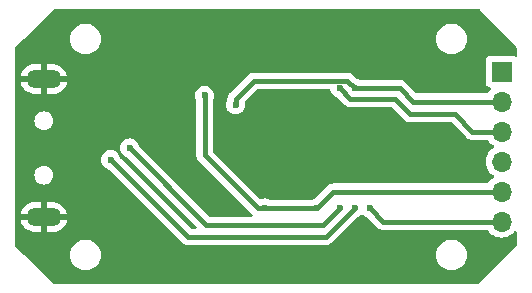
<source format=gbr>
%TF.GenerationSoftware,KiCad,Pcbnew,7.0.11+dfsg-1build4*%
%TF.CreationDate,2025-03-28T22:18:16-04:00*%
%TF.ProjectId,BadUSB,42616455-5342-42e6-9b69-6361645f7063,rev?*%
%TF.SameCoordinates,Original*%
%TF.FileFunction,Copper,L2,Bot*%
%TF.FilePolarity,Positive*%
%FSLAX46Y46*%
G04 Gerber Fmt 4.6, Leading zero omitted, Abs format (unit mm)*
G04 Created by KiCad (PCBNEW 7.0.11+dfsg-1build4) date 2025-03-28 22:18:16*
%MOMM*%
%LPD*%
G01*
G04 APERTURE LIST*
%TA.AperFunction,ComponentPad*%
%ADD10O,2.997200X1.498600*%
%TD*%
%TA.AperFunction,ComponentPad*%
%ADD11R,1.700000X1.700000*%
%TD*%
%TA.AperFunction,ComponentPad*%
%ADD12O,1.700000X1.700000*%
%TD*%
%TA.AperFunction,ViaPad*%
%ADD13C,0.600000*%
%TD*%
%TA.AperFunction,Conductor*%
%ADD14C,0.381000*%
%TD*%
G04 APERTURE END LIST*
D10*
%TO.P,J1,8*%
%TO.N,GND*%
X138201300Y-127343000D03*
%TO.P,J1,7*%
X138201300Y-115659000D03*
%TD*%
D11*
%TO.P,J2,1,Pin_1*%
%TO.N,MCLR*%
X176956000Y-115037000D03*
D12*
%TO.P,J2,2,Pin_2*%
%TO.N,VDD*%
X176956000Y-117577000D03*
%TO.P,J2,3,Pin_3*%
%TO.N,GND*%
X176956000Y-120117000D03*
%TO.P,J2,4,Pin_4*%
%TO.N,PGD*%
X176956000Y-122657000D03*
%TO.P,J2,5,Pin_5*%
%TO.N,PGC*%
X176956000Y-125197000D03*
%TO.P,J2,6,Pin_6*%
%TO.N,unconnected-(J2-Pin_6-Pad6)*%
X176956000Y-127737000D03*
%TD*%
D13*
%TO.N,VDD*%
X156883000Y-126581000D03*
X151803000Y-117056000D03*
X161328000Y-126581000D03*
%TO.N,GND*%
X167386000Y-122682000D03*
X150622000Y-122682000D03*
X156718000Y-120650000D03*
X168910000Y-113284000D03*
X145288000Y-119126000D03*
X165773000Y-129121000D03*
X158242000Y-130810000D03*
X151892000Y-113030000D03*
X145343999Y-129540000D03*
X150622000Y-118618000D03*
X173736000Y-122682000D03*
X142748000Y-121412000D03*
X150876000Y-130302000D03*
X166878000Y-118364000D03*
X168910000Y-131064000D03*
X160528000Y-117856000D03*
X152175000Y-125575000D03*
X161798000Y-111760000D03*
X145288000Y-113284000D03*
X155702000Y-124206000D03*
%TO.N,D-*%
X163233000Y-126581000D03*
X145453000Y-121501000D03*
%TO.N,D+*%
X164503000Y-126581000D03*
X143850000Y-122500000D03*
%TO.N,MCLR*%
X165773000Y-126581000D03*
%TO.N,PGD*%
X163233000Y-116421000D03*
%TO.N,PGC*%
X164503000Y-116421000D03*
X154432000Y-117856000D03*
%TD*%
D14*
%TO.N,VDD*%
X156299000Y-126581000D02*
X161328000Y-126581000D01*
X151803000Y-117056000D02*
X151803000Y-122085000D01*
X162712000Y-125197000D02*
X176956000Y-125197000D01*
X161328000Y-126581000D02*
X162712000Y-125197000D01*
X151803000Y-122085000D02*
X156299000Y-126581000D01*
%TO.N,D-*%
X145453000Y-121501000D02*
X151968000Y-128016000D01*
X161798000Y-128016000D02*
X163233000Y-126581000D01*
X151968000Y-128016000D02*
X161798000Y-128016000D01*
%TO.N,D+*%
X150382000Y-129032000D02*
X162052000Y-129032000D01*
X143850000Y-122500000D02*
X150382000Y-129032000D01*
X164503000Y-126581000D02*
X162052000Y-129032000D01*
%TO.N,MCLR*%
X166929000Y-127737000D02*
X176956000Y-127737000D01*
X165773000Y-126581000D02*
X166929000Y-127737000D01*
%TO.N,PGD*%
X174473000Y-120117000D02*
X172974000Y-118618000D01*
X169164000Y-118618000D02*
X172974000Y-118618000D01*
X176956000Y-120117000D02*
X174473000Y-120117000D01*
X164160000Y-117348000D02*
X167894000Y-117348000D01*
X167894000Y-117348000D02*
X169164000Y-118618000D01*
X163233000Y-116421000D02*
X164160000Y-117348000D01*
%TO.N,PGC*%
X164503000Y-116421000D02*
X168313000Y-116421000D01*
X169469000Y-117577000D02*
X176956000Y-117577000D01*
X155959000Y-115821000D02*
X163903000Y-115821000D01*
X154432000Y-117856000D02*
X154432000Y-117348000D01*
X154432000Y-117348000D02*
X155959000Y-115821000D01*
X163903000Y-115821000D02*
X164503000Y-116421000D01*
X168313000Y-116421000D02*
X169469000Y-117577000D01*
%TD*%
%TA.AperFunction,Conductor*%
%TO.N,GND*%
G36*
X175097863Y-109769685D02*
G01*
X175118505Y-109786319D01*
X177262001Y-111929815D01*
X177265436Y-111933389D01*
X178217116Y-112964376D01*
X178248123Y-113026988D01*
X178250000Y-113048482D01*
X178250000Y-113646450D01*
X178230315Y-113713489D01*
X178177511Y-113759244D01*
X178108353Y-113769188D01*
X178051694Y-113745721D01*
X178048332Y-113743204D01*
X178048328Y-113743202D01*
X177913482Y-113692908D01*
X177913483Y-113692908D01*
X177853883Y-113686501D01*
X177853881Y-113686500D01*
X177853873Y-113686500D01*
X177853864Y-113686500D01*
X176058129Y-113686500D01*
X176058123Y-113686501D01*
X175998516Y-113692908D01*
X175863671Y-113743202D01*
X175863664Y-113743206D01*
X175748455Y-113829452D01*
X175748452Y-113829455D01*
X175662206Y-113944664D01*
X175662202Y-113944671D01*
X175611908Y-114079517D01*
X175605501Y-114139116D01*
X175605500Y-114139135D01*
X175605500Y-115934870D01*
X175605501Y-115934876D01*
X175611908Y-115994483D01*
X175662202Y-116129328D01*
X175662206Y-116129335D01*
X175748452Y-116244544D01*
X175748455Y-116244547D01*
X175863664Y-116330793D01*
X175863671Y-116330797D01*
X175995082Y-116379810D01*
X176051016Y-116421681D01*
X176075433Y-116487145D01*
X176060582Y-116555418D01*
X176039431Y-116583673D01*
X175917501Y-116705603D01*
X175828212Y-116833123D01*
X175773635Y-116876748D01*
X175726637Y-116886000D01*
X169806583Y-116886000D01*
X169739544Y-116866315D01*
X169718902Y-116849681D01*
X169272186Y-116402965D01*
X168819027Y-115949805D01*
X168813893Y-115944351D01*
X168774583Y-115899980D01*
X168725792Y-115866302D01*
X168719760Y-115861863D01*
X168673108Y-115825314D01*
X168673099Y-115825308D01*
X168664134Y-115821274D01*
X168644586Y-115810250D01*
X168636482Y-115804656D01*
X168636478Y-115804653D01*
X168581061Y-115783636D01*
X168574144Y-115780772D01*
X168520081Y-115756441D01*
X168520082Y-115756441D01*
X168510395Y-115754666D01*
X168488792Y-115748644D01*
X168479582Y-115745152D01*
X168420735Y-115738006D01*
X168413333Y-115736879D01*
X168355030Y-115726195D01*
X168355025Y-115726195D01*
X168295861Y-115729774D01*
X168288374Y-115730000D01*
X164943613Y-115730000D01*
X164877641Y-115710994D01*
X164852524Y-115695212D01*
X164852520Y-115695210D01*
X164728348Y-115651760D01*
X164681622Y-115622400D01*
X164409027Y-115349805D01*
X164403893Y-115344351D01*
X164364583Y-115299980D01*
X164315792Y-115266302D01*
X164309760Y-115261863D01*
X164263108Y-115225314D01*
X164263099Y-115225308D01*
X164254134Y-115221274D01*
X164234586Y-115210250D01*
X164228521Y-115206063D01*
X164226478Y-115204653D01*
X164171061Y-115183636D01*
X164164144Y-115180772D01*
X164110081Y-115156441D01*
X164110082Y-115156441D01*
X164100395Y-115154666D01*
X164078792Y-115148644D01*
X164069582Y-115145152D01*
X164010735Y-115138006D01*
X164003333Y-115136879D01*
X163945030Y-115126195D01*
X163945025Y-115126195D01*
X163885861Y-115129774D01*
X163878374Y-115130000D01*
X155983626Y-115130000D01*
X155976139Y-115129774D01*
X155916974Y-115126195D01*
X155916969Y-115126195D01*
X155858667Y-115136879D01*
X155851265Y-115138006D01*
X155792415Y-115145152D01*
X155792414Y-115145152D01*
X155783203Y-115148645D01*
X155761606Y-115154666D01*
X155751916Y-115156442D01*
X155715265Y-115172937D01*
X155697856Y-115180771D01*
X155690947Y-115183633D01*
X155635526Y-115204652D01*
X155635520Y-115204654D01*
X155635518Y-115204656D01*
X155635514Y-115204658D01*
X155635510Y-115204661D01*
X155627410Y-115210251D01*
X155607881Y-115221266D01*
X155598900Y-115225308D01*
X155598897Y-115225310D01*
X155598895Y-115225311D01*
X155598894Y-115225312D01*
X155570032Y-115247923D01*
X155552237Y-115261864D01*
X155546211Y-115266297D01*
X155497416Y-115299980D01*
X155497414Y-115299982D01*
X155458104Y-115344352D01*
X155452972Y-115349804D01*
X153960804Y-116841972D01*
X153955352Y-116847104D01*
X153910986Y-116886410D01*
X153910976Y-116886421D01*
X153877298Y-116935212D01*
X153872861Y-116941243D01*
X153836312Y-116987894D01*
X153836311Y-116987896D01*
X153832271Y-116996873D01*
X153821253Y-117016408D01*
X153815655Y-117024519D01*
X153794632Y-117079949D01*
X153791768Y-117086865D01*
X153767442Y-117140916D01*
X153765666Y-117150606D01*
X153759645Y-117172203D01*
X153756152Y-117181414D01*
X153756152Y-117181415D01*
X153749006Y-117240265D01*
X153747879Y-117247667D01*
X153737195Y-117305969D01*
X153737195Y-117305972D01*
X153740774Y-117365137D01*
X153741000Y-117372624D01*
X153741000Y-117415387D01*
X153721995Y-117481357D01*
X153706209Y-117506480D01*
X153646633Y-117676737D01*
X153646630Y-117676750D01*
X153626435Y-117855996D01*
X153626435Y-117856003D01*
X153646630Y-118035249D01*
X153646631Y-118035254D01*
X153706211Y-118205523D01*
X153745667Y-118268316D01*
X153802184Y-118358262D01*
X153929738Y-118485816D01*
X154082478Y-118581789D01*
X154178813Y-118615498D01*
X154252745Y-118641368D01*
X154252750Y-118641369D01*
X154431996Y-118661565D01*
X154432000Y-118661565D01*
X154432004Y-118661565D01*
X154611249Y-118641369D01*
X154611252Y-118641368D01*
X154611255Y-118641368D01*
X154781522Y-118581789D01*
X154934262Y-118485816D01*
X155061816Y-118358262D01*
X155157789Y-118205522D01*
X155217368Y-118035255D01*
X155217369Y-118035249D01*
X155237565Y-117856003D01*
X155237565Y-117855996D01*
X155217369Y-117676750D01*
X155217367Y-117676742D01*
X155207617Y-117648877D01*
X155204056Y-117579099D01*
X155236976Y-117520244D01*
X156208903Y-116548319D01*
X156270226Y-116514834D01*
X156296584Y-116512000D01*
X162328768Y-116512000D01*
X162395807Y-116531685D01*
X162441562Y-116584489D01*
X162445810Y-116595046D01*
X162447631Y-116600252D01*
X162447632Y-116600255D01*
X162473361Y-116673784D01*
X162507210Y-116770521D01*
X162555331Y-116847104D01*
X162603184Y-116923262D01*
X162730738Y-117050816D01*
X162777103Y-117079949D01*
X162874129Y-117140915D01*
X162883478Y-117146789D01*
X163007651Y-117190238D01*
X163054377Y-117219599D01*
X163653979Y-117819201D01*
X163659099Y-117824639D01*
X163686885Y-117856003D01*
X163698419Y-117869022D01*
X163747206Y-117902696D01*
X163753243Y-117907138D01*
X163799890Y-117943685D01*
X163799893Y-117943687D01*
X163799894Y-117943687D01*
X163799895Y-117943688D01*
X163808866Y-117947725D01*
X163828411Y-117958748D01*
X163836518Y-117964344D01*
X163836519Y-117964344D01*
X163836520Y-117964345D01*
X163836522Y-117964346D01*
X163875640Y-117979181D01*
X163891943Y-117985364D01*
X163898842Y-117988221D01*
X163952915Y-118012557D01*
X163962596Y-118014331D01*
X163984218Y-118020359D01*
X163993418Y-118023848D01*
X164052268Y-118030993D01*
X164059636Y-118032114D01*
X164117972Y-118042805D01*
X164177139Y-118039226D01*
X164184626Y-118039000D01*
X167556416Y-118039000D01*
X167623455Y-118058685D01*
X167644097Y-118075319D01*
X168657979Y-119089201D01*
X168663099Y-119094639D01*
X168702417Y-119139020D01*
X168751214Y-119172703D01*
X168757233Y-119177132D01*
X168803894Y-119213688D01*
X168812865Y-119217725D01*
X168832420Y-119228754D01*
X168840518Y-119234344D01*
X168895942Y-119255363D01*
X168902840Y-119258220D01*
X168956915Y-119282557D01*
X168966596Y-119284331D01*
X168988218Y-119290359D01*
X168997418Y-119293848D01*
X169056268Y-119300993D01*
X169063636Y-119302114D01*
X169121972Y-119312805D01*
X169181139Y-119309226D01*
X169188626Y-119309000D01*
X172636416Y-119309000D01*
X172703455Y-119328685D01*
X172724097Y-119345319D01*
X173966979Y-120588201D01*
X173972099Y-120593639D01*
X173979223Y-120601680D01*
X174011417Y-120638020D01*
X174060214Y-120671703D01*
X174066233Y-120676132D01*
X174112894Y-120712688D01*
X174119434Y-120715631D01*
X174121865Y-120716725D01*
X174141420Y-120727754D01*
X174149518Y-120733344D01*
X174204942Y-120754363D01*
X174211840Y-120757220D01*
X174265915Y-120781557D01*
X174275596Y-120783331D01*
X174297218Y-120789359D01*
X174306418Y-120792848D01*
X174365268Y-120799993D01*
X174372636Y-120801114D01*
X174430972Y-120811805D01*
X174490139Y-120808226D01*
X174497626Y-120808000D01*
X175727248Y-120808000D01*
X175794287Y-120827685D01*
X175828823Y-120860877D01*
X175917886Y-120988073D01*
X175917891Y-120988079D01*
X176084917Y-121155105D01*
X176270595Y-121285119D01*
X176314219Y-121339696D01*
X176321412Y-121409195D01*
X176289890Y-121471549D01*
X176270595Y-121488269D01*
X176084594Y-121618508D01*
X175917505Y-121785597D01*
X175781965Y-121979169D01*
X175781964Y-121979171D01*
X175682098Y-122193335D01*
X175682094Y-122193344D01*
X175620938Y-122421586D01*
X175620936Y-122421596D01*
X175600341Y-122656999D01*
X175600341Y-122657000D01*
X175620936Y-122892403D01*
X175620938Y-122892413D01*
X175682094Y-123120655D01*
X175682096Y-123120659D01*
X175682097Y-123120663D01*
X175706480Y-123172952D01*
X175781965Y-123334830D01*
X175781967Y-123334834D01*
X175863925Y-123451881D01*
X175917501Y-123528396D01*
X175917506Y-123528402D01*
X176084597Y-123695493D01*
X176084603Y-123695498D01*
X176270158Y-123825425D01*
X176313783Y-123880002D01*
X176320977Y-123949500D01*
X176289454Y-124011855D01*
X176270158Y-124028575D01*
X176084597Y-124158505D01*
X175917506Y-124325597D01*
X175917501Y-124325603D01*
X175828212Y-124453123D01*
X175773635Y-124496748D01*
X175726637Y-124506000D01*
X162736637Y-124506000D01*
X162729149Y-124505774D01*
X162669973Y-124502194D01*
X162669970Y-124502194D01*
X162611652Y-124512881D01*
X162604249Y-124514008D01*
X162545419Y-124521151D01*
X162545416Y-124521152D01*
X162536217Y-124524641D01*
X162514609Y-124530664D01*
X162504921Y-124532439D01*
X162450854Y-124556772D01*
X162443939Y-124559636D01*
X162388518Y-124580655D01*
X162380408Y-124586253D01*
X162360873Y-124597271D01*
X162351896Y-124601311D01*
X162351895Y-124601312D01*
X162305237Y-124637865D01*
X162299208Y-124642301D01*
X162250418Y-124675979D01*
X162250410Y-124675986D01*
X162211097Y-124720360D01*
X162205965Y-124725812D01*
X161149376Y-125782400D01*
X161102651Y-125811760D01*
X160978476Y-125855211D01*
X160978475Y-125855212D01*
X160953359Y-125870994D01*
X160887387Y-125890000D01*
X157323613Y-125890000D01*
X157257641Y-125870994D01*
X157232523Y-125855211D01*
X157062254Y-125795631D01*
X157062249Y-125795630D01*
X156883004Y-125775435D01*
X156882996Y-125775435D01*
X156703750Y-125795630D01*
X156703742Y-125795632D01*
X156619578Y-125825082D01*
X156549799Y-125828643D01*
X156490943Y-125795721D01*
X152530319Y-121835097D01*
X152496834Y-121773774D01*
X152494000Y-121747416D01*
X152494000Y-117496612D01*
X152513007Y-117430639D01*
X152528788Y-117405524D01*
X152528789Y-117405522D01*
X152588368Y-117235255D01*
X152594434Y-117181418D01*
X152608565Y-117056003D01*
X152608565Y-117055996D01*
X152588369Y-116876748D01*
X152588368Y-116876745D01*
X152561499Y-116799958D01*
X152528789Y-116706478D01*
X152528237Y-116705600D01*
X152464158Y-116603619D01*
X152432816Y-116553738D01*
X152305262Y-116426184D01*
X152268309Y-116402965D01*
X152152523Y-116330211D01*
X151982254Y-116270631D01*
X151982249Y-116270630D01*
X151803004Y-116250435D01*
X151802996Y-116250435D01*
X151623750Y-116270630D01*
X151623745Y-116270631D01*
X151453476Y-116330211D01*
X151300737Y-116426184D01*
X151173184Y-116553737D01*
X151077211Y-116706476D01*
X151017631Y-116876745D01*
X151017631Y-116876748D01*
X150997435Y-117055996D01*
X150997435Y-117056003D01*
X151017630Y-117235249D01*
X151017631Y-117235254D01*
X151077211Y-117405524D01*
X151092993Y-117430639D01*
X151112000Y-117496612D01*
X151112000Y-122060374D01*
X151111774Y-122067861D01*
X151108195Y-122127025D01*
X151108195Y-122127028D01*
X151118879Y-122185333D01*
X151120006Y-122192735D01*
X151127152Y-122251582D01*
X151130644Y-122260792D01*
X151136666Y-122282395D01*
X151138441Y-122292081D01*
X151162772Y-122346144D01*
X151165636Y-122353061D01*
X151186653Y-122408478D01*
X151186656Y-122408482D01*
X151192250Y-122416586D01*
X151203274Y-122436134D01*
X151207308Y-122445099D01*
X151207314Y-122445108D01*
X151243863Y-122491760D01*
X151248302Y-122497792D01*
X151281980Y-122546583D01*
X151326351Y-122585893D01*
X151331805Y-122591027D01*
X155792979Y-127052201D01*
X155798099Y-127057639D01*
X155837417Y-127102020D01*
X155837421Y-127102024D01*
X155843031Y-127106994D01*
X155841182Y-127109080D01*
X155876965Y-127153247D01*
X155884616Y-127222697D01*
X155853505Y-127285258D01*
X155793510Y-127321067D01*
X155762529Y-127325000D01*
X152305584Y-127325000D01*
X152238545Y-127305315D01*
X152217903Y-127288681D01*
X146251599Y-121322377D01*
X146222238Y-121275650D01*
X146178788Y-121151476D01*
X146082815Y-120998737D01*
X145955262Y-120871184D01*
X145802523Y-120775211D01*
X145632254Y-120715631D01*
X145632249Y-120715630D01*
X145453004Y-120695435D01*
X145452996Y-120695435D01*
X145273750Y-120715630D01*
X145273745Y-120715631D01*
X145103476Y-120775211D01*
X144950737Y-120871184D01*
X144823184Y-120998737D01*
X144727211Y-121151476D01*
X144667631Y-121321745D01*
X144667630Y-121321750D01*
X144647435Y-121500996D01*
X144647435Y-121501003D01*
X144667630Y-121680249D01*
X144667631Y-121680254D01*
X144727211Y-121850523D01*
X144808045Y-121979169D01*
X144823184Y-122003262D01*
X144950738Y-122130816D01*
X144982027Y-122150476D01*
X145050239Y-122193337D01*
X145103478Y-122226789D01*
X145227651Y-122270238D01*
X145274377Y-122299599D01*
X151104097Y-128129319D01*
X151137582Y-128190642D01*
X151132598Y-128260334D01*
X151090726Y-128316267D01*
X151025262Y-128340684D01*
X151016416Y-128341000D01*
X150719584Y-128341000D01*
X150652545Y-128321315D01*
X150631903Y-128304681D01*
X144648599Y-122321377D01*
X144619238Y-122274650D01*
X144617694Y-122270238D01*
X144575789Y-122150478D01*
X144561054Y-122127028D01*
X144479815Y-121997737D01*
X144352262Y-121870184D01*
X144199523Y-121774211D01*
X144029254Y-121714631D01*
X144029249Y-121714630D01*
X143850004Y-121694435D01*
X143849996Y-121694435D01*
X143670750Y-121714630D01*
X143670745Y-121714631D01*
X143500476Y-121774211D01*
X143347737Y-121870184D01*
X143220184Y-121997737D01*
X143124211Y-122150476D01*
X143064631Y-122320745D01*
X143064630Y-122320750D01*
X143044435Y-122499996D01*
X143044435Y-122500003D01*
X143064630Y-122679249D01*
X143064631Y-122679254D01*
X143124211Y-122849523D01*
X143151158Y-122892408D01*
X143220184Y-123002262D01*
X143347738Y-123129816D01*
X143500478Y-123225789D01*
X143624651Y-123269238D01*
X143671377Y-123298599D01*
X149875979Y-129503201D01*
X149881099Y-129508639D01*
X149912108Y-129543641D01*
X149920419Y-129553022D01*
X149969206Y-129586696D01*
X149975243Y-129591138D01*
X150021890Y-129627685D01*
X150021893Y-129627687D01*
X150021894Y-129627687D01*
X150021895Y-129627688D01*
X150030866Y-129631725D01*
X150050411Y-129642748D01*
X150058518Y-129648344D01*
X150058519Y-129648344D01*
X150058520Y-129648345D01*
X150058522Y-129648346D01*
X150097640Y-129663181D01*
X150113943Y-129669364D01*
X150120842Y-129672221D01*
X150174915Y-129696557D01*
X150184596Y-129698331D01*
X150206218Y-129704359D01*
X150215418Y-129707848D01*
X150274268Y-129714993D01*
X150281636Y-129716114D01*
X150339972Y-129726805D01*
X150399139Y-129723226D01*
X150406626Y-129723000D01*
X162027374Y-129723000D01*
X162034861Y-129723226D01*
X162094026Y-129726805D01*
X162094026Y-129726804D01*
X162094028Y-129726805D01*
X162152336Y-129716119D01*
X162159730Y-129714993D01*
X162218582Y-129707848D01*
X162227788Y-129704356D01*
X162249403Y-129698330D01*
X162259085Y-129696557D01*
X162313161Y-129672218D01*
X162320017Y-129669378D01*
X162375482Y-129648344D01*
X162383580Y-129642754D01*
X162403139Y-129631722D01*
X162412105Y-129627688D01*
X162458766Y-129591130D01*
X162464798Y-129586692D01*
X162482846Y-129574235D01*
X162513583Y-129553020D01*
X162552917Y-129508619D01*
X162558003Y-129503217D01*
X164681623Y-127379597D01*
X164728345Y-127350239D01*
X164852522Y-127306789D01*
X165005262Y-127210816D01*
X165050319Y-127165759D01*
X165111642Y-127132274D01*
X165181334Y-127137258D01*
X165225681Y-127165759D01*
X165270738Y-127210816D01*
X165356086Y-127264444D01*
X165389211Y-127285258D01*
X165423478Y-127306789D01*
X165547651Y-127350238D01*
X165594377Y-127379599D01*
X166422964Y-128208185D01*
X166428098Y-128213638D01*
X166467417Y-128258020D01*
X166516219Y-128291705D01*
X166522238Y-128296134D01*
X166568895Y-128332688D01*
X166577866Y-128336725D01*
X166597411Y-128347748D01*
X166605518Y-128353344D01*
X166605519Y-128353344D01*
X166605520Y-128353345D01*
X166605522Y-128353346D01*
X166644640Y-128368181D01*
X166660943Y-128374364D01*
X166667842Y-128377221D01*
X166721915Y-128401557D01*
X166731596Y-128403331D01*
X166753218Y-128409359D01*
X166762418Y-128412848D01*
X166821268Y-128419993D01*
X166828636Y-128421114D01*
X166886972Y-128431805D01*
X166946139Y-128428226D01*
X166953626Y-128428000D01*
X175726637Y-128428000D01*
X175793676Y-128447685D01*
X175828212Y-128480877D01*
X175916237Y-128606591D01*
X175917505Y-128608401D01*
X176084599Y-128775495D01*
X176181384Y-128843265D01*
X176278165Y-128911032D01*
X176278167Y-128911033D01*
X176278170Y-128911035D01*
X176492337Y-129010903D01*
X176720592Y-129072063D01*
X176908918Y-129088539D01*
X176955999Y-129092659D01*
X176956000Y-129092659D01*
X176956001Y-129092659D01*
X176995234Y-129089226D01*
X177191408Y-129072063D01*
X177419663Y-129010903D01*
X177633830Y-128911035D01*
X177827401Y-128775495D01*
X177994495Y-128608401D01*
X178024425Y-128565657D01*
X178079002Y-128522032D01*
X178148500Y-128514838D01*
X178210855Y-128546361D01*
X178246269Y-128606591D01*
X178250000Y-128636780D01*
X178250000Y-129698638D01*
X178230315Y-129765677D01*
X178213681Y-129786319D01*
X175036319Y-132963681D01*
X174974996Y-132997166D01*
X174948638Y-133000000D01*
X139051362Y-133000000D01*
X138984323Y-132980315D01*
X138963681Y-132963681D01*
X136556001Y-130556001D01*
X140426532Y-130556001D01*
X140446364Y-130782686D01*
X140446366Y-130782697D01*
X140505258Y-131002488D01*
X140505261Y-131002497D01*
X140601431Y-131208732D01*
X140601432Y-131208734D01*
X140731954Y-131395141D01*
X140892858Y-131556045D01*
X140892861Y-131556047D01*
X141079266Y-131686568D01*
X141285504Y-131782739D01*
X141505308Y-131841635D01*
X141675214Y-131856499D01*
X141675215Y-131856500D01*
X141675216Y-131856500D01*
X141788785Y-131856500D01*
X141788785Y-131856499D01*
X141958692Y-131841635D01*
X142178496Y-131782739D01*
X142384734Y-131686568D01*
X142571139Y-131556047D01*
X142732047Y-131395139D01*
X142862568Y-131208734D01*
X142958739Y-131002496D01*
X143017635Y-130782692D01*
X143037468Y-130556001D01*
X171414532Y-130556001D01*
X171434364Y-130782686D01*
X171434366Y-130782697D01*
X171493258Y-131002488D01*
X171493261Y-131002497D01*
X171589431Y-131208732D01*
X171589432Y-131208734D01*
X171719954Y-131395141D01*
X171880858Y-131556045D01*
X171880861Y-131556047D01*
X172067266Y-131686568D01*
X172273504Y-131782739D01*
X172493308Y-131841635D01*
X172663214Y-131856499D01*
X172663215Y-131856500D01*
X172663216Y-131856500D01*
X172776785Y-131856500D01*
X172776785Y-131856499D01*
X172946692Y-131841635D01*
X173166496Y-131782739D01*
X173372734Y-131686568D01*
X173559139Y-131556047D01*
X173720047Y-131395139D01*
X173850568Y-131208734D01*
X173946739Y-131002496D01*
X174005635Y-130782692D01*
X174025468Y-130556000D01*
X174005635Y-130329308D01*
X173946739Y-130109504D01*
X173850568Y-129903266D01*
X173720047Y-129716861D01*
X173720045Y-129716858D01*
X173559141Y-129555954D01*
X173372734Y-129425432D01*
X173372732Y-129425431D01*
X173166497Y-129329261D01*
X173166488Y-129329258D01*
X172946697Y-129270366D01*
X172946687Y-129270364D01*
X172776785Y-129255500D01*
X172776784Y-129255500D01*
X172663216Y-129255500D01*
X172663215Y-129255500D01*
X172493312Y-129270364D01*
X172493302Y-129270366D01*
X172273511Y-129329258D01*
X172273502Y-129329261D01*
X172067267Y-129425431D01*
X172067265Y-129425432D01*
X171880858Y-129555954D01*
X171719954Y-129716858D01*
X171589432Y-129903265D01*
X171589431Y-129903267D01*
X171493261Y-130109502D01*
X171493258Y-130109511D01*
X171434366Y-130329302D01*
X171434364Y-130329313D01*
X171414532Y-130555998D01*
X171414532Y-130556001D01*
X143037468Y-130556001D01*
X143037468Y-130556000D01*
X143017635Y-130329308D01*
X142958739Y-130109504D01*
X142862568Y-129903266D01*
X142732047Y-129716861D01*
X142732045Y-129716858D01*
X142571141Y-129555954D01*
X142384734Y-129425432D01*
X142384732Y-129425431D01*
X142178497Y-129329261D01*
X142178488Y-129329258D01*
X141958697Y-129270366D01*
X141958687Y-129270364D01*
X141788785Y-129255500D01*
X141788784Y-129255500D01*
X141675216Y-129255500D01*
X141675215Y-129255500D01*
X141505312Y-129270364D01*
X141505302Y-129270366D01*
X141285511Y-129329258D01*
X141285502Y-129329261D01*
X141079267Y-129425431D01*
X141079265Y-129425432D01*
X140892858Y-129555954D01*
X140731954Y-129716858D01*
X140601432Y-129903265D01*
X140601431Y-129903267D01*
X140505261Y-130109502D01*
X140505258Y-130109511D01*
X140446366Y-130329302D01*
X140446364Y-130329313D01*
X140426532Y-130555998D01*
X140426532Y-130556001D01*
X136556001Y-130556001D01*
X135786319Y-129786319D01*
X135752834Y-129724996D01*
X135750000Y-129698638D01*
X135750000Y-127593000D01*
X136225155Y-127593000D01*
X136229097Y-127622113D01*
X136229098Y-127622117D01*
X136298590Y-127835992D01*
X136405151Y-128034015D01*
X136405153Y-128034018D01*
X136545361Y-128209834D01*
X136714705Y-128357784D01*
X136714713Y-128357790D01*
X136907750Y-128473126D01*
X136907756Y-128473128D01*
X137118297Y-128552147D01*
X137339557Y-128592300D01*
X137951300Y-128592300D01*
X137951300Y-127868000D01*
X138451300Y-127868000D01*
X138451300Y-128592300D01*
X139006703Y-128592300D01*
X139006706Y-128592299D01*
X139174573Y-128577192D01*
X139391337Y-128517369D01*
X139391350Y-128517364D01*
X139593948Y-128419798D01*
X139593956Y-128419794D01*
X139775879Y-128287619D01*
X139775887Y-128287613D01*
X139931286Y-128125078D01*
X140055174Y-127937397D01*
X140143557Y-127730613D01*
X140143559Y-127730607D01*
X140174968Y-127593000D01*
X139417449Y-127593000D01*
X139421822Y-127586805D01*
X139470152Y-127450819D01*
X139480001Y-127306836D01*
X139450638Y-127165535D01*
X139413054Y-127093000D01*
X140177445Y-127093000D01*
X140173502Y-127063886D01*
X140173501Y-127063882D01*
X140104009Y-126850007D01*
X139997448Y-126651984D01*
X139997446Y-126651981D01*
X139857238Y-126476165D01*
X139687894Y-126328215D01*
X139687886Y-126328209D01*
X139494849Y-126212873D01*
X139494843Y-126212871D01*
X139284302Y-126133852D01*
X139063043Y-126093700D01*
X138451300Y-126093700D01*
X138451300Y-126818000D01*
X137951300Y-126818000D01*
X137951300Y-126093700D01*
X137395893Y-126093700D01*
X137228026Y-126108807D01*
X137011262Y-126168630D01*
X137011249Y-126168635D01*
X136808651Y-126266201D01*
X136808643Y-126266205D01*
X136626720Y-126398380D01*
X136626712Y-126398386D01*
X136471313Y-126560921D01*
X136347425Y-126748602D01*
X136259042Y-126955386D01*
X136259040Y-126955392D01*
X136227632Y-127092999D01*
X136227632Y-127093000D01*
X136985151Y-127093000D01*
X136980778Y-127099195D01*
X136932448Y-127235181D01*
X136922599Y-127379164D01*
X136951962Y-127520465D01*
X136989546Y-127593000D01*
X136225155Y-127593000D01*
X135750000Y-127593000D01*
X135750000Y-123799702D01*
X137399659Y-123799702D01*
X137419757Y-123978079D01*
X137479046Y-124147520D01*
X137574551Y-124299514D01*
X137701485Y-124426448D01*
X137852204Y-124521152D01*
X137853481Y-124521954D01*
X138022918Y-124581242D01*
X138022919Y-124581242D01*
X138022923Y-124581243D01*
X138112976Y-124591389D01*
X138156554Y-124596299D01*
X138156557Y-124596300D01*
X138156560Y-124596300D01*
X138246043Y-124596300D01*
X138246044Y-124596299D01*
X138312861Y-124588771D01*
X138379676Y-124581243D01*
X138379678Y-124581242D01*
X138379682Y-124581242D01*
X138549119Y-124521954D01*
X138701115Y-124426448D01*
X138828048Y-124299515D01*
X138923554Y-124147519D01*
X138982842Y-123978082D01*
X138999410Y-123831035D01*
X139002941Y-123799702D01*
X139002941Y-123799697D01*
X138982842Y-123621320D01*
X138982842Y-123621318D01*
X138923554Y-123451881D01*
X138917365Y-123442032D01*
X138828048Y-123299885D01*
X138701114Y-123172951D01*
X138549120Y-123077446D01*
X138379680Y-123018157D01*
X138379676Y-123018156D01*
X138246046Y-123003100D01*
X138246040Y-123003100D01*
X138156560Y-123003100D01*
X138156553Y-123003100D01*
X138022923Y-123018156D01*
X138022919Y-123018157D01*
X137853479Y-123077446D01*
X137701485Y-123172951D01*
X137574551Y-123299885D01*
X137479046Y-123451879D01*
X137419757Y-123621320D01*
X137399659Y-123799697D01*
X137399659Y-123799702D01*
X135750000Y-123799702D01*
X135750000Y-119202302D01*
X137399659Y-119202302D01*
X137419757Y-119380679D01*
X137479046Y-119550120D01*
X137568226Y-119692048D01*
X137574552Y-119702115D01*
X137701485Y-119829048D01*
X137853481Y-119924554D01*
X138022918Y-119983842D01*
X138022919Y-119983842D01*
X138022923Y-119983843D01*
X138112976Y-119993989D01*
X138156554Y-119998899D01*
X138156557Y-119998900D01*
X138156560Y-119998900D01*
X138246043Y-119998900D01*
X138246044Y-119998899D01*
X138312861Y-119991371D01*
X138379676Y-119983843D01*
X138379678Y-119983842D01*
X138379682Y-119983842D01*
X138549119Y-119924554D01*
X138701115Y-119829048D01*
X138828048Y-119702115D01*
X138923554Y-119550119D01*
X138982842Y-119380682D01*
X138994901Y-119273652D01*
X139002941Y-119202302D01*
X139002941Y-119202297D01*
X138982842Y-119023920D01*
X138982842Y-119023918D01*
X138923554Y-118854481D01*
X138828048Y-118702485D01*
X138701115Y-118575552D01*
X138701114Y-118575551D01*
X138549120Y-118480046D01*
X138379680Y-118420757D01*
X138379676Y-118420756D01*
X138246046Y-118405700D01*
X138246040Y-118405700D01*
X138156560Y-118405700D01*
X138156553Y-118405700D01*
X138022923Y-118420756D01*
X138022919Y-118420757D01*
X137853479Y-118480046D01*
X137701485Y-118575551D01*
X137574551Y-118702485D01*
X137479046Y-118854479D01*
X137419757Y-119023920D01*
X137399659Y-119202297D01*
X137399659Y-119202302D01*
X135750000Y-119202302D01*
X135750000Y-115909000D01*
X136225155Y-115909000D01*
X136229097Y-115938113D01*
X136229098Y-115938117D01*
X136298590Y-116151992D01*
X136405151Y-116350015D01*
X136405153Y-116350018D01*
X136545361Y-116525834D01*
X136714705Y-116673784D01*
X136714713Y-116673790D01*
X136907750Y-116789126D01*
X136907756Y-116789128D01*
X137118297Y-116868147D01*
X137339557Y-116908300D01*
X137951300Y-116908300D01*
X137951300Y-116184000D01*
X138451300Y-116184000D01*
X138451300Y-116908300D01*
X139006703Y-116908300D01*
X139006706Y-116908299D01*
X139174573Y-116893192D01*
X139391337Y-116833369D01*
X139391350Y-116833364D01*
X139593948Y-116735798D01*
X139593956Y-116735794D01*
X139775879Y-116603619D01*
X139775887Y-116603613D01*
X139931286Y-116441078D01*
X140055174Y-116253397D01*
X140143557Y-116046613D01*
X140143559Y-116046607D01*
X140174968Y-115909000D01*
X139417449Y-115909000D01*
X139421822Y-115902805D01*
X139470152Y-115766819D01*
X139480001Y-115622836D01*
X139450638Y-115481535D01*
X139413054Y-115409000D01*
X140177445Y-115409000D01*
X140173502Y-115379886D01*
X140173501Y-115379882D01*
X140104009Y-115166007D01*
X139997448Y-114967984D01*
X139997446Y-114967981D01*
X139857238Y-114792165D01*
X139687894Y-114644215D01*
X139687886Y-114644209D01*
X139494849Y-114528873D01*
X139494843Y-114528871D01*
X139284302Y-114449852D01*
X139063043Y-114409700D01*
X138451300Y-114409700D01*
X138451300Y-115134000D01*
X137951300Y-115134000D01*
X137951300Y-114409700D01*
X137395893Y-114409700D01*
X137228026Y-114424807D01*
X137011262Y-114484630D01*
X137011249Y-114484635D01*
X136808651Y-114582201D01*
X136808643Y-114582205D01*
X136626720Y-114714380D01*
X136626712Y-114714386D01*
X136471313Y-114876921D01*
X136347425Y-115064602D01*
X136259042Y-115271386D01*
X136259040Y-115271392D01*
X136227632Y-115408999D01*
X136227632Y-115409000D01*
X136985151Y-115409000D01*
X136980778Y-115415195D01*
X136932448Y-115551181D01*
X136922599Y-115695164D01*
X136951962Y-115836465D01*
X136989546Y-115909000D01*
X136225155Y-115909000D01*
X135750000Y-115909000D01*
X135750000Y-113051362D01*
X135769685Y-112984323D01*
X135786319Y-112963681D01*
X136481999Y-112268001D01*
X140426532Y-112268001D01*
X140446364Y-112494686D01*
X140446366Y-112494697D01*
X140505258Y-112714488D01*
X140505261Y-112714497D01*
X140601431Y-112920732D01*
X140601432Y-112920734D01*
X140731954Y-113107141D01*
X140892858Y-113268045D01*
X140939693Y-113300839D01*
X141079266Y-113398568D01*
X141285504Y-113494739D01*
X141505308Y-113553635D01*
X141675214Y-113568499D01*
X141675215Y-113568500D01*
X141675216Y-113568500D01*
X141788785Y-113568500D01*
X141788785Y-113568499D01*
X141958692Y-113553635D01*
X142178496Y-113494739D01*
X142384734Y-113398568D01*
X142571139Y-113268047D01*
X142732047Y-113107139D01*
X142862568Y-112920734D01*
X142958739Y-112714496D01*
X143017635Y-112494692D01*
X143037468Y-112268001D01*
X171414532Y-112268001D01*
X171434364Y-112494686D01*
X171434366Y-112494697D01*
X171493258Y-112714488D01*
X171493261Y-112714497D01*
X171589431Y-112920732D01*
X171589432Y-112920734D01*
X171719954Y-113107141D01*
X171880858Y-113268045D01*
X171927693Y-113300839D01*
X172067266Y-113398568D01*
X172273504Y-113494739D01*
X172493308Y-113553635D01*
X172663214Y-113568499D01*
X172663215Y-113568500D01*
X172663216Y-113568500D01*
X172776785Y-113568500D01*
X172776785Y-113568499D01*
X172946692Y-113553635D01*
X173166496Y-113494739D01*
X173372734Y-113398568D01*
X173559139Y-113268047D01*
X173720047Y-113107139D01*
X173850568Y-112920734D01*
X173946739Y-112714496D01*
X174005635Y-112494692D01*
X174025468Y-112268000D01*
X174005635Y-112041308D01*
X173946739Y-111821504D01*
X173850568Y-111615266D01*
X173720047Y-111428861D01*
X173720045Y-111428858D01*
X173559141Y-111267954D01*
X173372734Y-111137432D01*
X173372732Y-111137431D01*
X173166497Y-111041261D01*
X173166488Y-111041258D01*
X172946697Y-110982366D01*
X172946687Y-110982364D01*
X172776785Y-110967500D01*
X172776784Y-110967500D01*
X172663216Y-110967500D01*
X172663215Y-110967500D01*
X172493312Y-110982364D01*
X172493302Y-110982366D01*
X172273511Y-111041258D01*
X172273502Y-111041261D01*
X172067267Y-111137431D01*
X172067265Y-111137432D01*
X171880858Y-111267954D01*
X171719954Y-111428858D01*
X171589432Y-111615265D01*
X171589431Y-111615267D01*
X171493261Y-111821502D01*
X171493258Y-111821511D01*
X171434366Y-112041302D01*
X171434364Y-112041313D01*
X171414532Y-112267998D01*
X171414532Y-112268001D01*
X143037468Y-112268001D01*
X143037468Y-112268000D01*
X143017635Y-112041308D01*
X142958739Y-111821504D01*
X142862568Y-111615266D01*
X142732047Y-111428861D01*
X142732045Y-111428858D01*
X142571141Y-111267954D01*
X142384734Y-111137432D01*
X142384732Y-111137431D01*
X142178497Y-111041261D01*
X142178488Y-111041258D01*
X141958697Y-110982366D01*
X141958687Y-110982364D01*
X141788785Y-110967500D01*
X141788784Y-110967500D01*
X141675216Y-110967500D01*
X141675215Y-110967500D01*
X141505312Y-110982364D01*
X141505302Y-110982366D01*
X141285511Y-111041258D01*
X141285502Y-111041261D01*
X141079267Y-111137431D01*
X141079265Y-111137432D01*
X140892858Y-111267954D01*
X140731954Y-111428858D01*
X140601432Y-111615265D01*
X140601431Y-111615267D01*
X140505261Y-111821502D01*
X140505258Y-111821511D01*
X140446366Y-112041302D01*
X140446364Y-112041313D01*
X140426532Y-112267998D01*
X140426532Y-112268001D01*
X136481999Y-112268001D01*
X138963681Y-109786319D01*
X139025004Y-109752834D01*
X139051362Y-109750000D01*
X175030824Y-109750000D01*
X175097863Y-109769685D01*
G37*
%TD.AperFunction*%
%TD*%
M02*

</source>
